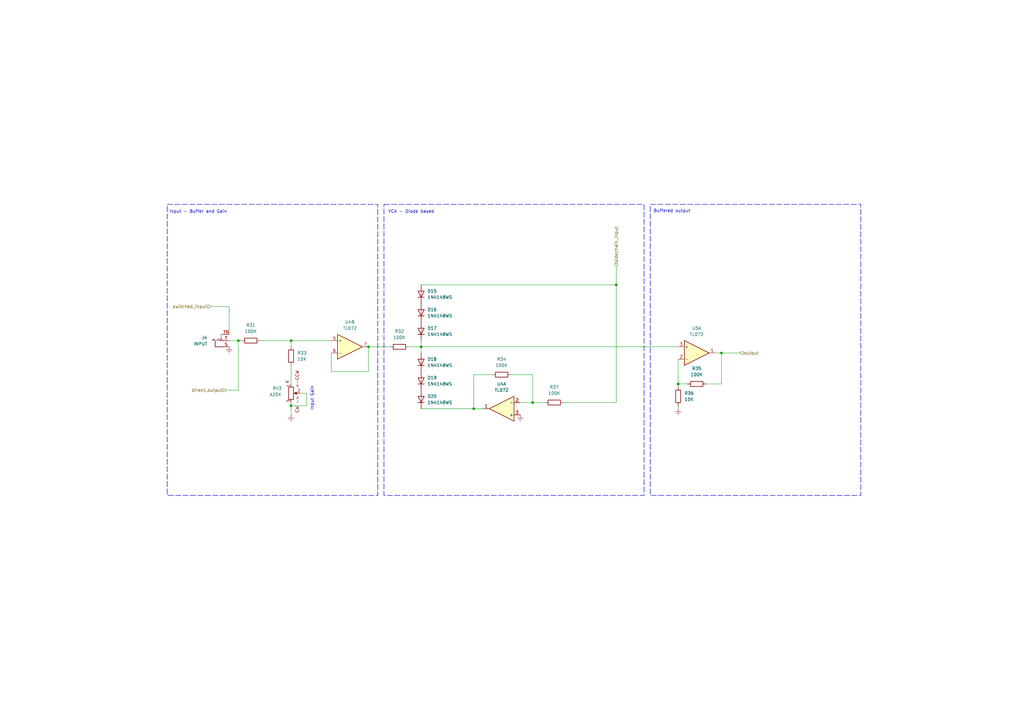
<source format=kicad_sch>
(kicad_sch (version 20250114) (generator "eeschema") (generator_version "9.0")
  (paper "A3")
  (lib_symbols
    (symbol "Amplifier_Operational:TL072" (pin_names (offset 0.127))
      (property "Reference" "U" (at 0 5.08 0))
      (property "Value" "TL072" (at 0 -5.08 0))
      (symbol "TL072_1_1"
        (polyline (pts (xy -5.08 5.08) (xy 5.08 0) (xy -5.08 -5.08) (xy -5.08 5.08)) (stroke (width 0.254)) (fill (type background)))
        (pin input line (at -7.62 2.54 0) (length 2.54) (name "+") (number "3"))
        (pin input line (at -7.62 -2.54 0) (length 2.54) (name "-") (number "2"))
        (pin output line (at 7.62 0 180) (length 2.54) (name "~") (number "1"))
      )
      (symbol "TL072_2_1"
        (polyline (pts (xy -5.08 5.08) (xy 5.08 0) (xy -5.08 -5.08) (xy -5.08 5.08)) (stroke (width 0.254)) (fill (type background)))
        (pin input line (at -7.62 2.54 0) (length 2.54) (name "+") (number "5"))
        (pin input line (at -7.62 -2.54 0) (length 2.54) (name "-") (number "6"))
        (pin output line (at 7.62 0 180) (length 2.54) (name "~") (number "7"))
      )
      (symbol "TL072_3_1"
        (pin power_in line (at -2.54 7.62 270) (length 3.81) (name "V+") (number "8"))
        (pin power_in line (at -2.54 -7.62 90) (length 3.81) (name "V-") (number "4"))
      )
    )
    (symbol "Diode:1N4148WS" (pin_numbers (hide yes)) (pin_names (hide yes))
      (property "Reference" "D" (at 0 2.54 0))
      (property "Value" "1N4148WS" (at 0 -2.54 0))
      (symbol "1N4148WS_0_1"
        (polyline (pts (xy -1.27 1.27) (xy -1.27 -1.27)) (stroke (width 0.254)))
        (polyline (pts (xy 1.27 1.27) (xy 1.27 -1.27) (xy -1.27 0) (xy 1.27 1.27)) (stroke (width 0.254)))
        (polyline (pts (xy 1.27 0) (xy -1.27 0)))
      )
      (symbol "1N4148WS_1_1"
        (pin passive line (at -3.81 0 0) (length 2.54) (name "K") (number "1"))
        (pin passive line (at 3.81 0 180) (length 2.54) (name "A") (number "2"))
      )
    )
    (symbol "power:GNDREF" (power) (pin_numbers (hide yes)) (pin_names (offset 0) (hide yes))
      (property "Value" "GNDREF" (at 0 -3.81 0))
      (symbol "GNDREF_0_1"
        (polyline (pts (xy -0.635 -1.905) (xy 0.635 -1.905)))
        (polyline (pts (xy -0.127 -2.54) (xy 0.127 -2.54)))
        (polyline (pts (xy 0 -1.27) (xy 0 0)))
        (polyline (pts (xy 1.27 -1.27) (xy -1.27 -1.27)))
      )
      (symbol "GNDREF_1_1"
        (pin power_in line (at 0 0 270) (length 0) (name "~") (number "1"))
      )
    )
    (symbol "synth:AudioJack_Mono_3.5mm"
      (property "Reference" "J" (at 0 8.89 0))
      (property "Value" "AudioJack_Mono_3.5mm" (at 0 6.35 0))
      (symbol "AudioJack_Mono_3.5mm_0_1"
        (polyline (pts (xy 0 0) (xy 0.635 -0.635) (xy 1.27 0) (xy 2.54 0)) (stroke (width 0.254)))
        (polyline (pts (xy 1.778 -0.254) (xy 2.032 -0.762)))
        (polyline (pts (xy 2.54 2.54) (xy -0.635 2.54) (xy -0.635 0) (xy -1.27 -0.635) (xy -1.905 0)) (stroke (width 0.254)))
        (polyline (pts (xy 2.54 -2.54) (xy 1.778 -2.54) (xy 1.778 -0.254) (xy 1.524 -0.762)))
      )
      (symbol "AudioJack_Mono_3.5mm_1_1"
        (pin passive line (at 5.08 2.54 180) (length 2.54) (name "~") (number "S"))
        (pin passive line (at 5.08 0 180) (length 2.54) (name "~") (number "T"))
        (pin passive line (at 5.08 -2.54 180) (length 2.54) (name "~") (number "TN"))
      )
    )
    (symbol "synth:R_Default" (pin_numbers (hide yes)) (pin_names (offset 0))
      (property "Reference" "R" (at -2.032 0 90))
      (property "Value" "R1" (at 2.032 0 90))
      (symbol "R_Default_0_1"
        (rectangle (start 1.016 -2.54) (end -1.016 2.54) (stroke (width 0.254)))
      )
      (symbol "R_Default_1_1"
        (pin passive line (at 0 3.81 270) (length 1.27) (name "~") (number "2"))
        (pin passive line (at 0 -3.81 90) (length 1.27) (name "~") (number "1"))
      )
    )
    (symbol "synth:R_Potentiometer (P0915N)" (pin_names (offset 1.016) (hide yes))
      (property "Reference" "RV" (at 0 6.604 0))
      (property "Value" "R_Potentiometer" (at 0 4.318 0))
      (symbol "R_Potentiometer (P0915N)_0_1"
        (polyline (pts (xy 0 -1.143) (xy 0.508 -2.286) (xy -0.508 -2.286) (xy 0 -1.143)) (fill (type outline)))
        (polyline (pts (xy 0 -2.54) (xy 0 -1.524)))
        (rectangle (start 2.54 1.016) (end -2.54 -1.016) (stroke (width 0.254)))
      )
      (symbol "R_Potentiometer (P0915N)_1_1"
        (text "<-CCW" (at -5.842 -2.54 0) (effects (font (size 1.27 1.27))))
        (text "K" (at -4.826 1.524 0) (effects (font (size 1.27 1.27))))
        (text "CW ->" (at 4.572 -2.54 0) (effects (font (size 1.27 1.27))))
        (pin passive line (at -3.81 0 0) (length 1.27) (name "1") (number "1"))
        (pin passive line (at 0 -3.81 90) (length 1.27) (name "2") (number "2"))
        (pin passive line (at 3.81 0 180) (length 1.27) (name "3") (number "3"))
      )
    )
  )
  (rectangle (start 68.58 83.82) (end 154.94 203.2) (stroke (width 0.2032) (type dash)))
  (rectangle (start 157.48 83.82) (end 264.16 203.2) (stroke (width 0.2032) (type dash)))
  (rectangle (start 266.7 83.82) (end 353.06 203.2) (stroke (width 0.2032) (type dash)))
  (text "Input Gain" (at 128.016 163.322 90) (effects (font (size 1.27 1.27))))
  (text "Input - Buffer and Gain" (at 81.28 86.868 0) (effects (font (size 1.27 1.27))))
  (text "Buffered output" (at 275.59 86.614 0) (effects (font (size 1.27 1.27))))
  (text "VCA - Diode based" (at 168.656 86.868 0) (effects (font (size 1.27 1.27))))
  (junction (at 218.44 165.1))
  (junction (at 194.31 167.64))
  (junction (at 252.73 116.84))
  (junction (at 278.13 157.48))
  (junction (at 172.72 142.24))
  (junction (at 295.91 144.78))
  (junction (at 119.38 139.7))
  (junction (at 119.38 166.37))
  (junction (at 97.79 139.7))
  (junction (at 151.13 142.24))
  (wire (pts (xy 213.36 165.1) (xy 218.44 165.1)))
  (wire (pts (xy 218.44 165.1) (xy 223.52 165.1)))
  (wire (pts (xy 218.44 153.67) (xy 218.44 165.1)))
  (wire (pts (xy 172.72 139.7) (xy 172.72 142.24)))
  (wire (pts (xy 194.31 153.67) (xy 194.31 167.64)))
  (wire (pts (xy 106.68 139.7) (xy 119.38 139.7)))
  (wire (pts (xy 252.73 165.1) (xy 252.73 116.84)))
  (wire (pts (xy 295.91 144.78) (xy 295.91 157.48)))
  (wire (pts (xy 151.13 152.4) (xy 151.13 142.24)))
  (wire (pts (xy 135.89 144.78) (xy 135.89 152.4)))
  (wire (pts (xy 135.89 139.7) (xy 119.38 139.7)))
  (wire (pts (xy 289.56 157.48) (xy 295.91 157.48)))
  (wire (pts (xy 119.38 165.1) (xy 119.38 166.37)))
  (wire (pts (xy 281.94 157.48) (xy 278.13 157.48)))
  (wire (pts (xy 172.72 142.24) (xy 278.13 142.24)))
  (wire (pts (xy 135.89 152.4) (xy 151.13 152.4)))
  (wire (pts (xy 231.14 165.1) (xy 252.73 165.1)))
  (wire (pts (xy 97.79 160.02) (xy 97.79 139.7)))
  (wire (pts (xy 119.38 139.7) (xy 119.38 142.24)))
  (wire (pts (xy 172.72 142.24) (xy 167.64 142.24)))
  (wire (pts (xy 119.38 149.86) (xy 119.38 157.48)))
  (wire (pts (xy 97.79 139.7) (xy 93.98 139.7)))
  (wire (pts (xy 93.98 125.73) (xy 93.98 137.16)))
  (wire (pts (xy 293.37 144.78) (xy 295.91 144.78)))
  (wire (pts (xy 123.19 161.29) (xy 125.73 161.29)))
  (wire (pts (xy 125.73 166.37) (xy 119.38 166.37)))
  (wire (pts (xy 172.72 144.78) (xy 172.72 142.24)))
  (wire (pts (xy 295.91 144.78) (xy 303.53 144.78)))
  (wire (pts (xy 119.38 166.37) (xy 119.38 170.18)))
  (wire (pts (xy 201.93 153.67) (xy 194.31 153.67)))
  (wire (pts (xy 172.72 167.64) (xy 194.31 167.64)))
  (wire (pts (xy 125.73 161.29) (xy 125.73 166.37)))
  (wire (pts (xy 278.13 166.37) (xy 278.13 167.64)))
  (wire (pts (xy 278.13 157.48) (xy 278.13 158.75)))
  (wire (pts (xy 278.13 147.32) (xy 278.13 157.48)))
  (wire (pts (xy 86.36 125.73) (xy 93.98 125.73)))
  (wire (pts (xy 209.55 153.67) (xy 218.44 153.67)))
  (wire (pts (xy 194.31 167.64) (xy 198.12 167.64)))
  (wire (pts (xy 252.73 109.22) (xy 252.73 116.84)))
  (wire (pts (xy 160.02 142.24) (xy 151.13 142.24)))
  (wire (pts (xy 252.73 116.84) (xy 172.72 116.84)))
  (wire (pts (xy 99.06 139.7) (xy 97.79 139.7)))
  (wire (pts (xy 92.71 160.02) (xy 97.79 160.02)))
  (hierarchical_label "switched_input" (shape input) (at 86.36 125.73 180))
  (hierarchical_label "sidechain_input" (shape input) (at 252.73 109.22 90))
  (hierarchical_label "direct_output" (shape input) (at 92.71 160.02 180))
  (hierarchical_label "output" (shape input) (at 303.53 144.78 0))
  (symbol (lib_id "Diode:1N4148WS") (at 172.72 128.27 90) (unit 1)
    (property "Reference" "D16" (at 175.26 126.9999 90) (effects (justify right)))
    (property "Value" "1N4148WS" (at 175.26 129.5399 90) (effects (justify right)))
    (property "Footprint" "Diode_SMD:D_SOD-323_HandSoldering" (effects (hide yes)))
    (property "Datasheet" "https://www.vishay.com/docs/85751/1n4148ws.pdf" (effects (hide yes)))
    (property "Description" "75V 0.15A Fast switching Diode, SOD-323" (effects (hide yes)))
    (property "Sim.Device" "D" (effects (hide yes)))
    (property "Sim.Pins" "1=K 2=A" (effects (hide yes)))
    (instances (project "compressor" (path "" (reference "D16") (unit 1)) (path "" (reference "D22") (unit 1))))
  )
  (symbol (lib_id "power:GNDREF") (at 278.13 167.64 0) (unit 1)
    (property "Reference" "#PWR062" (effects (hide yes)))
    (property "Value" "GNDREF" (effects (hide yes)))
    (property "Description" "Power symbol creates a global label with name \"GNDREF\" , reference supply ground" (effects (hide yes)))
    (instances (project "compressor" (path "" (reference "#PWR062") (unit 1)) (path "" (reference "#PWR066") (unit 1))))
  )
  (symbol (lib_id "Diode:1N4148WS") (at 172.72 148.59 90) (unit 1)
    (property "Reference" "D18" (at 175.26 147.3199 90) (effects (justify right)))
    (property "Value" "1N4148WS" (at 175.26 149.8599 90) (effects (justify right)))
    (property "Footprint" "Diode_SMD:D_SOD-323_HandSoldering" (effects (hide yes)))
    (property "Datasheet" "https://www.vishay.com/docs/85751/1n4148ws.pdf" (effects (hide yes)))
    (property "Description" "75V 0.15A Fast switching Diode, SOD-323" (effects (hide yes)))
    (property "Sim.Device" "D" (effects (hide yes)))
    (property "Sim.Pins" "1=K 2=A" (effects (hide yes)))
    (instances (project "compressor" (path "" (reference "D18") (unit 1)) (path "" (reference "D24") (unit 1))))
  )
  (symbol (lib_id "synth:R_Default") (at 119.38 146.05 180) (unit 1)
    (property "Reference" "R33" (at 121.92 144.7799 0) (effects (justify right)))
    (property "Value" "10K" (at 121.92 147.3199 0) (effects (justify right)))
    (property "Footprint" "Resistor_SMD:R_0805_2012Metric_Pad1.20x1.40mm_HandSolder" (effects (hide yes)))
    (property "Description" "Resistor" (effects (hide yes)))
    (instances (project "compressor" (path "" (reference "R33") (unit 1)) (path "" (reference "R40") (unit 1))))
  )
  (symbol (lib_id "synth:AudioJack_Mono_3.5mm") (at 88.9 139.7 0) (mirror x) (unit 1)
    (property "Reference" "J4" (at 85.09 138.4934 0) (effects (justify right)))
    (property "Value" "INPUT" (at 85.09 141.0334 0) (effects (justify right)))
    (property "Footprint" "Synth:Jack_3.5mm_QingPu_WQP-PJ398SM_Vertical_CircularHoles" (effects (hide yes)))
    (property "Description" "Audio Jack, 2 Poles (Mono / TS), Switched T Pole (Normalling)" (effects (hide yes)))
    (instances (project "compressor" (path "" (reference "J4") (unit 1)) (path "" (reference "J5") (unit 1))))
  )
  (symbol (lib_id "Amplifier_Operational:TL072") (at 285.75 144.78 0) (unit 1)
    (property "Reference" "U5" (at 285.75 134.62 0))
    (property "Value" "TL072" (at 285.75 137.16 0))
    (property "Footprint" "Synth:SOIC-8" (effects (hide yes)))
    (property "Datasheet" "http://www.ti.com/lit/ds/symlink/tl071.pdf" (effects (hide yes)))
    (property "Description" "Dual Low-Noise JFET-Input Operational Amplifiers, DIP-8/SOIC-8" (effects (hide yes)))
    (instances (project "compressor" (path "" (reference "U5") (unit 1)) (path "" (reference "U5") (unit 2))))
  )
  (symbol (lib_id "Amplifier_Operational:TL072") (at 143.51 142.24 0) (unit 2)
    (property "Reference" "U4" (at 143.51 132.08 0))
    (property "Value" "TL072" (at 143.51 134.62 0))
    (property "Footprint" "Synth:SOIC-8" (effects (hide yes)))
    (property "Datasheet" "http://www.ti.com/lit/ds/symlink/tl071.pdf" (effects (hide yes)))
    (property "Description" "Dual Low-Noise JFET-Input Operational Amplifiers, DIP-8/SOIC-8" (effects (hide yes)))
    (instances (project "compressor" (path "" (reference "U4") (unit 2)) (path "" (reference "U6") (unit 2))))
  )
  (symbol (lib_id "Diode:1N4148WS") (at 172.72 163.83 90) (unit 1)
    (property "Reference" "D20" (at 175.26 162.5599 90) (effects (justify right)))
    (property "Value" "1N4148WS" (at 175.26 165.0999 90) (effects (justify right)))
    (property "Footprint" "Diode_SMD:D_SOD-323_HandSoldering" (effects (hide yes)))
    (property "Datasheet" "https://www.vishay.com/docs/85751/1n4148ws.pdf" (effects (hide yes)))
    (property "Description" "75V 0.15A Fast switching Diode, SOD-323" (effects (hide yes)))
    (property "Sim.Device" "D" (effects (hide yes)))
    (property "Sim.Pins" "1=K 2=A" (effects (hide yes)))
    (instances (project "compressor" (path "" (reference "D20") (unit 1)) (path "" (reference "D26") (unit 1))))
  )
  (symbol (lib_id "synth:R_Default") (at 285.75 157.48 90) (unit 1)
    (property "Reference" "R35" (at 285.75 151.13 90))
    (property "Value" "100K" (at 285.75 153.67 90))
    (property "Footprint" "Resistor_SMD:R_0805_2012Metric_Pad1.20x1.40mm_HandSolder" (effects (hide yes)))
    (property "Description" "Resistor" (effects (hide yes)))
    (instances (project "compressor" (path "" (reference "R35") (unit 1)) (path "" (reference "R42") (unit 1))))
  )
  (symbol (lib_id "power:GNDREF") (at 93.98 142.24 0) (unit 1)
    (property "Reference" "#PWR061" (effects (hide yes)))
    (property "Value" "GNDREF" (effects (hide yes)))
    (property "Description" "Power symbol creates a global label with name \"GNDREF\" , reference supply ground" (effects (hide yes)))
    (instances (project "compressor" (path "" (reference "#PWR061") (unit 1)) (path "" (reference "#PWR065") (unit 1))))
  )
  (symbol (lib_id "Diode:1N4148WS") (at 172.72 156.21 90) (unit 1)
    (property "Reference" "D19" (at 175.26 154.9399 90) (effects (justify right)))
    (property "Value" "1N4148WS" (at 175.26 157.4799 90) (effects (justify right)))
    (property "Footprint" "Diode_SMD:D_SOD-323_HandSoldering" (effects (hide yes)))
    (property "Datasheet" "https://www.vishay.com/docs/85751/1n4148ws.pdf" (effects (hide yes)))
    (property "Description" "75V 0.15A Fast switching Diode, SOD-323" (effects (hide yes)))
    (property "Sim.Device" "D" (effects (hide yes)))
    (property "Sim.Pins" "1=K 2=A" (effects (hide yes)))
    (instances (project "compressor" (path "" (reference "D19") (unit 1)) (path "" (reference "D25") (unit 1))))
  )
  (symbol (lib_id "Amplifier_Operational:TL072") (at 205.74 167.64 180) (unit 1)
    (property "Reference" "U4" (at 205.74 157.48 0))
    (property "Value" "TL072" (at 205.74 160.02 0))
    (property "Footprint" "Synth:SOIC-8" (effects (hide yes)))
    (property "Datasheet" "http://www.ti.com/lit/ds/symlink/tl071.pdf" (effects (hide yes)))
    (property "Description" "Dual Low-Noise JFET-Input Operational Amplifiers, DIP-8/SOIC-8" (effects (hide yes)))
    (instances (project "compressor" (path "" (reference "U4") (unit 1)) (path "" (reference "U6") (unit 1))))
  )
  (symbol (lib_id "synth:R_Default") (at 205.74 153.67 90) (unit 1)
    (property "Reference" "R34" (at 205.74 147.32 90))
    (property "Value" "100K" (at 205.74 149.86 90))
    (property "Footprint" "Resistor_SMD:R_0805_2012Metric_Pad1.20x1.40mm_HandSolder" (effects (hide yes)))
    (property "Description" "Resistor" (effects (hide yes)))
    (instances (project "compressor" (path "" (reference "R34") (unit 1)) (path "" (reference "R41") (unit 1))))
  )
  (symbol (lib_id "synth:R_Default") (at 102.87 139.7 90) (unit 1)
    (property "Reference" "R31" (at 102.87 133.35 90))
    (property "Value" "100K" (at 102.87 135.89 90))
    (property "Footprint" "Resistor_SMD:R_0805_2012Metric_Pad1.20x1.40mm_HandSolder" (effects (hide yes)))
    (property "Description" "Resistor" (effects (hide yes)))
    (instances (project "compressor" (path "" (reference "R31") (unit 1)) (path "" (reference "R38") (unit 1))))
  )
  (symbol (lib_id "synth:R_Default") (at 227.33 165.1 90) (unit 1)
    (property "Reference" "R37" (at 227.33 158.75 90))
    (property "Value" "100K" (at 227.33 161.29 90))
    (property "Footprint" "Resistor_SMD:R_0805_2012Metric_Pad1.20x1.40mm_HandSolder" (effects (hide yes)))
    (property "Description" "Resistor" (effects (hide yes)))
    (instances (project "compressor" (path "" (reference "R37") (unit 1)) (path "" (reference "R44") (unit 1))))
  )
  (symbol (lib_id "Diode:1N4148WS") (at 172.72 120.65 90) (unit 1)
    (property "Reference" "D15" (at 175.26 119.3799 90) (effects (justify right)))
    (property "Value" "1N4148WS" (at 175.26 121.9199 90) (effects (justify right)))
    (property "Footprint" "Diode_SMD:D_SOD-323_HandSoldering" (effects (hide yes)))
    (property "Datasheet" "https://www.vishay.com/docs/85751/1n4148ws.pdf" (effects (hide yes)))
    (property "Description" "75V 0.15A Fast switching Diode, SOD-323" (effects (hide yes)))
    (property "Sim.Device" "D" (effects (hide yes)))
    (property "Sim.Pins" "1=K 2=A" (effects (hide yes)))
    (instances (project "compressor" (path "" (reference "D15") (unit 1)) (path "" (reference "D21") (unit 1))))
  )
  (symbol (lib_id "synth:R_Potentiometer (P0915N)") (at 119.38 161.29 90) (mirror x) (unit 1)
    (property "Reference" "RV3" (at 115.57 159.3093 90) (effects (justify left)))
    (property "Value" "A20K" (at 115.57 161.8493 90) (effects (justify left)))
    (property "Footprint" "Synth:Potentiometer_TT_P0915N" (effects (hide yes)))
    (property "Description" "Potentiometer" (effects (hide yes)))
    (instances (project "compressor" (path "" (reference "RV3") (unit 1)) (path "" (reference "RV4") (unit 1))))
  )
  (symbol (lib_id "Diode:1N4148WS") (at 172.72 135.89 90) (unit 1)
    (property "Reference" "D17" (at 175.26 134.6199 90) (effects (justify right)))
    (property "Value" "1N4148WS" (at 175.26 137.1599 90) (effects (justify right)))
    (property "Footprint" "Diode_SMD:D_SOD-323_HandSoldering" (effects (hide yes)))
    (property "Datasheet" "https://www.vishay.com/docs/85751/1n4148ws.pdf" (effects (hide yes)))
    (property "Description" "75V 0.15A Fast switching Diode, SOD-323" (effects (hide yes)))
    (property "Sim.Device" "D" (effects (hide yes)))
    (property "Sim.Pins" "1=K 2=A" (effects (hide yes)))
    (instances (project "compressor" (path "" (reference "D17") (unit 1)) (path "" (reference "D23") (unit 1))))
  )
  (symbol (lib_id "synth:R_Default") (at 278.13 162.56 180) (unit 1)
    (property "Reference" "R36" (at 280.67 161.2899 0) (effects (justify right)))
    (property "Value" "10K" (at 280.67 163.8299 0) (effects (justify right)))
    (property "Footprint" "Resistor_SMD:R_0805_2012Metric_Pad1.20x1.40mm_HandSolder" (effects (hide yes)))
    (property "Description" "Resistor" (effects (hide yes)))
    (instances (project "compressor" (path "" (reference "R36") (unit 1)) (path "" (reference "R43") (unit 1))))
  )
  (symbol (lib_id "power:GNDREF") (at 213.36 170.18 0) (unit 1)
    (property "Reference" "#PWR064" (effects (hide yes)))
    (property "Value" "GNDREF" (effects (hide yes)))
    (property "Description" "Power symbol creates a global label with name \"GNDREF\" , reference supply ground" (effects (hide yes)))
    (instances (project "compressor" (path "" (reference "#PWR064") (unit 1)) (path "" (reference "#PWR068") (unit 1))))
  )
  (symbol (lib_id "synth:R_Default") (at 163.83 142.24 90) (unit 1)
    (property "Reference" "R32" (at 163.83 135.89 90))
    (property "Value" "100K" (at 163.83 138.43 90))
    (property "Footprint" "Resistor_SMD:R_0805_2012Metric_Pad1.20x1.40mm_HandSolder" (effects (hide yes)))
    (property "Description" "Resistor" (effects (hide yes)))
    (instances (project "compressor" (path "" (reference "R32") (unit 1)) (path "" (reference "R39") (unit 1))))
  )
  (symbol (lib_id "power:GNDREF") (at 119.38 170.18 0) (unit 1)
    (property "Reference" "#PWR063" (effects (hide yes)))
    (property "Value" "GNDREF" (effects (hide yes)))
    (property "Description" "Power symbol creates a global label with name \"GNDREF\" , reference supply ground" (effects (hide yes)))
    (instances (project "compressor" (path "" (reference "#PWR063") (unit 1)) (path "" (reference "#PWR067") (unit 1))))
  )
)
</source>
